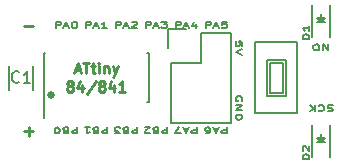
<source format=gbr>
G04 #@! TF.FileFunction,Legend,Top*
%FSLAX46Y46*%
G04 Gerber Fmt 4.6, Leading zero omitted, Abs format (unit mm)*
G04 Created by KiCad (PCBNEW 4.0.5+dfsg1-4) date Wed May  2 08:20:19 2018*
%MOMM*%
%LPD*%
G01*
G04 APERTURE LIST*
%ADD10C,0.100000*%
%ADD11C,0.225000*%
%ADD12C,0.500000*%
%ADD13C,0.127000*%
%ADD14C,0.250000*%
%ADD15C,0.150000*%
G04 APERTURE END LIST*
D10*
D11*
X174751429Y-92072500D02*
X175180000Y-92072500D01*
X174665714Y-92329643D02*
X174965714Y-91429643D01*
X175265714Y-92329643D01*
X175437143Y-91429643D02*
X175951429Y-91429643D01*
X175694286Y-92329643D02*
X175694286Y-91429643D01*
X176122857Y-91729643D02*
X176465714Y-91729643D01*
X176251429Y-91429643D02*
X176251429Y-92201071D01*
X176294286Y-92286786D01*
X176380000Y-92329643D01*
X176465714Y-92329643D01*
X176765715Y-92329643D02*
X176765715Y-91729643D01*
X176765715Y-91429643D02*
X176722858Y-91472500D01*
X176765715Y-91515357D01*
X176808572Y-91472500D01*
X176765715Y-91429643D01*
X176765715Y-91515357D01*
X177194286Y-91729643D02*
X177194286Y-92329643D01*
X177194286Y-91815357D02*
X177237143Y-91772500D01*
X177322857Y-91729643D01*
X177451429Y-91729643D01*
X177537143Y-91772500D01*
X177580000Y-91858214D01*
X177580000Y-92329643D01*
X177922857Y-91729643D02*
X178137143Y-92329643D01*
X178351429Y-91729643D02*
X178137143Y-92329643D01*
X178051429Y-92543929D01*
X178008572Y-92586786D01*
X177922857Y-92629643D01*
X174258571Y-93390357D02*
X174172857Y-93347500D01*
X174130000Y-93304643D01*
X174087143Y-93218929D01*
X174087143Y-93176071D01*
X174130000Y-93090357D01*
X174172857Y-93047500D01*
X174258571Y-93004643D01*
X174430000Y-93004643D01*
X174515714Y-93047500D01*
X174558571Y-93090357D01*
X174601428Y-93176071D01*
X174601428Y-93218929D01*
X174558571Y-93304643D01*
X174515714Y-93347500D01*
X174430000Y-93390357D01*
X174258571Y-93390357D01*
X174172857Y-93433214D01*
X174130000Y-93476071D01*
X174087143Y-93561786D01*
X174087143Y-93733214D01*
X174130000Y-93818929D01*
X174172857Y-93861786D01*
X174258571Y-93904643D01*
X174430000Y-93904643D01*
X174515714Y-93861786D01*
X174558571Y-93818929D01*
X174601428Y-93733214D01*
X174601428Y-93561786D01*
X174558571Y-93476071D01*
X174515714Y-93433214D01*
X174430000Y-93390357D01*
X175372857Y-93304643D02*
X175372857Y-93904643D01*
X175158571Y-92961786D02*
X174944286Y-93604643D01*
X175501428Y-93604643D01*
X176487143Y-92961786D02*
X175715714Y-94118929D01*
X176915714Y-93390357D02*
X176830000Y-93347500D01*
X176787143Y-93304643D01*
X176744286Y-93218929D01*
X176744286Y-93176071D01*
X176787143Y-93090357D01*
X176830000Y-93047500D01*
X176915714Y-93004643D01*
X177087143Y-93004643D01*
X177172857Y-93047500D01*
X177215714Y-93090357D01*
X177258571Y-93176071D01*
X177258571Y-93218929D01*
X177215714Y-93304643D01*
X177172857Y-93347500D01*
X177087143Y-93390357D01*
X176915714Y-93390357D01*
X176830000Y-93433214D01*
X176787143Y-93476071D01*
X176744286Y-93561786D01*
X176744286Y-93733214D01*
X176787143Y-93818929D01*
X176830000Y-93861786D01*
X176915714Y-93904643D01*
X177087143Y-93904643D01*
X177172857Y-93861786D01*
X177215714Y-93818929D01*
X177258571Y-93733214D01*
X177258571Y-93561786D01*
X177215714Y-93476071D01*
X177172857Y-93433214D01*
X177087143Y-93390357D01*
X178030000Y-93304643D02*
X178030000Y-93904643D01*
X177815714Y-92961786D02*
X177601429Y-93604643D01*
X178158571Y-93604643D01*
X178972857Y-93904643D02*
X178458572Y-93904643D01*
X178715714Y-93904643D02*
X178715714Y-93004643D01*
X178630000Y-93133214D01*
X178544286Y-93218929D01*
X178458572Y-93261786D01*
D12*
X172720000Y-94059286D02*
X172815239Y-94154524D01*
X172720000Y-94249762D01*
X172624762Y-94154524D01*
X172720000Y-94059286D01*
X172720000Y-94249762D01*
D13*
X196559714Y-95044381D02*
X196450857Y-95020190D01*
X196269428Y-95020190D01*
X196196857Y-95044381D01*
X196160571Y-95068571D01*
X196124286Y-95116952D01*
X196124286Y-95165333D01*
X196160571Y-95213714D01*
X196196857Y-95237905D01*
X196269428Y-95262095D01*
X196414571Y-95286286D01*
X196487143Y-95310476D01*
X196523428Y-95334667D01*
X196559714Y-95383048D01*
X196559714Y-95431429D01*
X196523428Y-95479810D01*
X196487143Y-95504000D01*
X196414571Y-95528190D01*
X196233143Y-95528190D01*
X196124286Y-95504000D01*
X195362286Y-95068571D02*
X195398572Y-95044381D01*
X195507429Y-95020190D01*
X195580000Y-95020190D01*
X195688857Y-95044381D01*
X195761429Y-95092762D01*
X195797714Y-95141143D01*
X195834000Y-95237905D01*
X195834000Y-95310476D01*
X195797714Y-95407238D01*
X195761429Y-95455619D01*
X195688857Y-95504000D01*
X195580000Y-95528190D01*
X195507429Y-95528190D01*
X195398572Y-95504000D01*
X195362286Y-95479810D01*
X195035714Y-95020190D02*
X195035714Y-95528190D01*
X194600286Y-95020190D02*
X194926857Y-95310476D01*
X194600286Y-95528190D02*
X195035714Y-95237905D01*
X195108285Y-89891810D02*
X195253428Y-89891810D01*
X195326000Y-89916000D01*
X195398571Y-89964381D01*
X195434857Y-90061143D01*
X195434857Y-90230476D01*
X195398571Y-90327238D01*
X195326000Y-90375619D01*
X195253428Y-90399810D01*
X195108285Y-90399810D01*
X195035714Y-90375619D01*
X194963143Y-90327238D01*
X194926857Y-90230476D01*
X194926857Y-90061143D01*
X194963143Y-89964381D01*
X195035714Y-89916000D01*
X195108285Y-89891810D01*
X195761429Y-90399810D02*
X195761429Y-89891810D01*
X196196857Y-90399810D01*
X196196857Y-89891810D01*
X188849000Y-94669428D02*
X188873190Y-94596857D01*
X188873190Y-94488000D01*
X188849000Y-94379143D01*
X188800619Y-94306571D01*
X188752238Y-94270286D01*
X188655476Y-94234000D01*
X188582905Y-94234000D01*
X188486143Y-94270286D01*
X188437762Y-94306571D01*
X188389381Y-94379143D01*
X188365190Y-94488000D01*
X188365190Y-94560571D01*
X188389381Y-94669428D01*
X188413571Y-94705714D01*
X188582905Y-94705714D01*
X188582905Y-94560571D01*
X188365190Y-95032286D02*
X188873190Y-95032286D01*
X188365190Y-95467714D01*
X188873190Y-95467714D01*
X188365190Y-95830572D02*
X188873190Y-95830572D01*
X188873190Y-96012000D01*
X188849000Y-96120857D01*
X188800619Y-96193429D01*
X188752238Y-96229714D01*
X188655476Y-96266000D01*
X188582905Y-96266000D01*
X188486143Y-96229714D01*
X188437762Y-96193429D01*
X188389381Y-96120857D01*
X188365190Y-96012000D01*
X188365190Y-95830572D01*
X188873190Y-90024858D02*
X188873190Y-89662001D01*
X188631286Y-89625715D01*
X188655476Y-89662001D01*
X188679667Y-89734572D01*
X188679667Y-89916001D01*
X188655476Y-89988572D01*
X188631286Y-90024858D01*
X188582905Y-90061143D01*
X188461952Y-90061143D01*
X188413571Y-90024858D01*
X188389381Y-89988572D01*
X188365190Y-89916001D01*
X188365190Y-89734572D01*
X188389381Y-89662001D01*
X188413571Y-89625715D01*
X188873190Y-90278857D02*
X188365190Y-90532857D01*
X188873190Y-90786857D01*
X187578999Y-96925190D02*
X187578999Y-97433190D01*
X187288714Y-97433190D01*
X187216142Y-97409000D01*
X187179857Y-97384810D01*
X187143571Y-97336429D01*
X187143571Y-97263857D01*
X187179857Y-97215476D01*
X187216142Y-97191286D01*
X187288714Y-97167095D01*
X187578999Y-97167095D01*
X186853285Y-97070333D02*
X186490428Y-97070333D01*
X186925857Y-96925190D02*
X186671857Y-97433190D01*
X186417857Y-96925190D01*
X185837285Y-97433190D02*
X185982428Y-97433190D01*
X186054999Y-97409000D01*
X186091285Y-97384810D01*
X186163856Y-97312238D01*
X186200142Y-97215476D01*
X186200142Y-97021952D01*
X186163856Y-96973571D01*
X186127571Y-96949381D01*
X186054999Y-96925190D01*
X185909856Y-96925190D01*
X185837285Y-96949381D01*
X185800999Y-96973571D01*
X185764714Y-97021952D01*
X185764714Y-97142905D01*
X185800999Y-97191286D01*
X185837285Y-97215476D01*
X185909856Y-97239667D01*
X186054999Y-97239667D01*
X186127571Y-97215476D01*
X186163856Y-97191286D01*
X186200142Y-97142905D01*
X185038999Y-96925190D02*
X185038999Y-97433190D01*
X184748714Y-97433190D01*
X184676142Y-97409000D01*
X184639857Y-97384810D01*
X184603571Y-97336429D01*
X184603571Y-97263857D01*
X184639857Y-97215476D01*
X184676142Y-97191286D01*
X184748714Y-97167095D01*
X185038999Y-97167095D01*
X184313285Y-97070333D02*
X183950428Y-97070333D01*
X184385857Y-96925190D02*
X184131857Y-97433190D01*
X183877857Y-96925190D01*
X183696428Y-97433190D02*
X183188428Y-97433190D01*
X183514999Y-96925190D01*
X182553428Y-96925190D02*
X182553428Y-97433190D01*
X182263143Y-97433190D01*
X182190571Y-97409000D01*
X182154286Y-97384810D01*
X182118000Y-97336429D01*
X182118000Y-97263857D01*
X182154286Y-97215476D01*
X182190571Y-97191286D01*
X182263143Y-97167095D01*
X182553428Y-97167095D01*
X181537428Y-97191286D02*
X181428571Y-97167095D01*
X181392286Y-97142905D01*
X181356000Y-97094524D01*
X181356000Y-97021952D01*
X181392286Y-96973571D01*
X181428571Y-96949381D01*
X181501143Y-96925190D01*
X181791428Y-96925190D01*
X181791428Y-97433190D01*
X181537428Y-97433190D01*
X181464857Y-97409000D01*
X181428571Y-97384810D01*
X181392286Y-97336429D01*
X181392286Y-97288048D01*
X181428571Y-97239667D01*
X181464857Y-97215476D01*
X181537428Y-97191286D01*
X181791428Y-97191286D01*
X181065714Y-97384810D02*
X181029428Y-97409000D01*
X180956857Y-97433190D01*
X180775428Y-97433190D01*
X180702857Y-97409000D01*
X180666571Y-97384810D01*
X180630286Y-97336429D01*
X180630286Y-97288048D01*
X180666571Y-97215476D01*
X181102000Y-96925190D01*
X180630286Y-96925190D01*
X180013428Y-96925190D02*
X180013428Y-97433190D01*
X179723143Y-97433190D01*
X179650571Y-97409000D01*
X179614286Y-97384810D01*
X179578000Y-97336429D01*
X179578000Y-97263857D01*
X179614286Y-97215476D01*
X179650571Y-97191286D01*
X179723143Y-97167095D01*
X180013428Y-97167095D01*
X178997428Y-97191286D02*
X178888571Y-97167095D01*
X178852286Y-97142905D01*
X178816000Y-97094524D01*
X178816000Y-97021952D01*
X178852286Y-96973571D01*
X178888571Y-96949381D01*
X178961143Y-96925190D01*
X179251428Y-96925190D01*
X179251428Y-97433190D01*
X178997428Y-97433190D01*
X178924857Y-97409000D01*
X178888571Y-97384810D01*
X178852286Y-97336429D01*
X178852286Y-97288048D01*
X178888571Y-97239667D01*
X178924857Y-97215476D01*
X178997428Y-97191286D01*
X179251428Y-97191286D01*
X178562000Y-97433190D02*
X178090286Y-97433190D01*
X178344286Y-97239667D01*
X178235428Y-97239667D01*
X178162857Y-97215476D01*
X178126571Y-97191286D01*
X178090286Y-97142905D01*
X178090286Y-97021952D01*
X178126571Y-96973571D01*
X178162857Y-96949381D01*
X178235428Y-96925190D01*
X178453143Y-96925190D01*
X178525714Y-96949381D01*
X178562000Y-96973571D01*
X177473428Y-96925190D02*
X177473428Y-97433190D01*
X177183143Y-97433190D01*
X177110571Y-97409000D01*
X177074286Y-97384810D01*
X177038000Y-97336429D01*
X177038000Y-97263857D01*
X177074286Y-97215476D01*
X177110571Y-97191286D01*
X177183143Y-97167095D01*
X177473428Y-97167095D01*
X176457428Y-97191286D02*
X176348571Y-97167095D01*
X176312286Y-97142905D01*
X176276000Y-97094524D01*
X176276000Y-97021952D01*
X176312286Y-96973571D01*
X176348571Y-96949381D01*
X176421143Y-96925190D01*
X176711428Y-96925190D01*
X176711428Y-97433190D01*
X176457428Y-97433190D01*
X176384857Y-97409000D01*
X176348571Y-97384810D01*
X176312286Y-97336429D01*
X176312286Y-97288048D01*
X176348571Y-97239667D01*
X176384857Y-97215476D01*
X176457428Y-97191286D01*
X176711428Y-97191286D01*
X175550286Y-96925190D02*
X175985714Y-96925190D01*
X175768000Y-96925190D02*
X175768000Y-97433190D01*
X175840571Y-97360619D01*
X175913143Y-97312238D01*
X175985714Y-97288048D01*
X174933428Y-96925190D02*
X174933428Y-97433190D01*
X174643143Y-97433190D01*
X174570571Y-97409000D01*
X174534286Y-97384810D01*
X174498000Y-97336429D01*
X174498000Y-97263857D01*
X174534286Y-97215476D01*
X174570571Y-97191286D01*
X174643143Y-97167095D01*
X174933428Y-97167095D01*
X173917428Y-97191286D02*
X173808571Y-97167095D01*
X173772286Y-97142905D01*
X173736000Y-97094524D01*
X173736000Y-97021952D01*
X173772286Y-96973571D01*
X173808571Y-96949381D01*
X173881143Y-96925190D01*
X174171428Y-96925190D01*
X174171428Y-97433190D01*
X173917428Y-97433190D01*
X173844857Y-97409000D01*
X173808571Y-97384810D01*
X173772286Y-97336429D01*
X173772286Y-97288048D01*
X173808571Y-97239667D01*
X173844857Y-97215476D01*
X173917428Y-97191286D01*
X174171428Y-97191286D01*
X173264286Y-97433190D02*
X173191714Y-97433190D01*
X173119143Y-97409000D01*
X173082857Y-97384810D01*
X173046571Y-97336429D01*
X173010286Y-97239667D01*
X173010286Y-97118714D01*
X173046571Y-97021952D01*
X173082857Y-96973571D01*
X173119143Y-96949381D01*
X173191714Y-96925190D01*
X173264286Y-96925190D01*
X173336857Y-96949381D01*
X173373143Y-96973571D01*
X173409428Y-97021952D01*
X173445714Y-97118714D01*
X173445714Y-97239667D01*
X173409428Y-97336429D01*
X173373143Y-97384810D01*
X173336857Y-97409000D01*
X173264286Y-97433190D01*
D14*
X170434048Y-97226429D02*
X171195953Y-97226429D01*
X170815001Y-97607381D02*
X170815001Y-96845476D01*
D13*
X173101001Y-88494810D02*
X173101001Y-87986810D01*
X173391286Y-87986810D01*
X173463858Y-88011000D01*
X173500143Y-88035190D01*
X173536429Y-88083571D01*
X173536429Y-88156143D01*
X173500143Y-88204524D01*
X173463858Y-88228714D01*
X173391286Y-88252905D01*
X173101001Y-88252905D01*
X173826715Y-88349667D02*
X174189572Y-88349667D01*
X173754143Y-88494810D02*
X174008143Y-87986810D01*
X174262143Y-88494810D01*
X174661286Y-87986810D02*
X174733858Y-87986810D01*
X174806429Y-88011000D01*
X174842715Y-88035190D01*
X174879001Y-88083571D01*
X174915286Y-88180333D01*
X174915286Y-88301286D01*
X174879001Y-88398048D01*
X174842715Y-88446429D01*
X174806429Y-88470619D01*
X174733858Y-88494810D01*
X174661286Y-88494810D01*
X174588715Y-88470619D01*
X174552429Y-88446429D01*
X174516144Y-88398048D01*
X174479858Y-88301286D01*
X174479858Y-88180333D01*
X174516144Y-88083571D01*
X174552429Y-88035190D01*
X174588715Y-88011000D01*
X174661286Y-87986810D01*
X175641001Y-88494810D02*
X175641001Y-87986810D01*
X175931286Y-87986810D01*
X176003858Y-88011000D01*
X176040143Y-88035190D01*
X176076429Y-88083571D01*
X176076429Y-88156143D01*
X176040143Y-88204524D01*
X176003858Y-88228714D01*
X175931286Y-88252905D01*
X175641001Y-88252905D01*
X176366715Y-88349667D02*
X176729572Y-88349667D01*
X176294143Y-88494810D02*
X176548143Y-87986810D01*
X176802143Y-88494810D01*
X177455286Y-88494810D02*
X177019858Y-88494810D01*
X177237572Y-88494810D02*
X177237572Y-87986810D01*
X177165001Y-88059381D01*
X177092429Y-88107762D01*
X177019858Y-88131952D01*
X178181001Y-88494810D02*
X178181001Y-87986810D01*
X178471286Y-87986810D01*
X178543858Y-88011000D01*
X178580143Y-88035190D01*
X178616429Y-88083571D01*
X178616429Y-88156143D01*
X178580143Y-88204524D01*
X178543858Y-88228714D01*
X178471286Y-88252905D01*
X178181001Y-88252905D01*
X178906715Y-88349667D02*
X179269572Y-88349667D01*
X178834143Y-88494810D02*
X179088143Y-87986810D01*
X179342143Y-88494810D01*
X179559858Y-88035190D02*
X179596144Y-88011000D01*
X179668715Y-87986810D01*
X179850144Y-87986810D01*
X179922715Y-88011000D01*
X179959001Y-88035190D01*
X179995286Y-88083571D01*
X179995286Y-88131952D01*
X179959001Y-88204524D01*
X179523572Y-88494810D01*
X179995286Y-88494810D01*
X180721001Y-88494810D02*
X180721001Y-87986810D01*
X181011286Y-87986810D01*
X181083858Y-88011000D01*
X181120143Y-88035190D01*
X181156429Y-88083571D01*
X181156429Y-88156143D01*
X181120143Y-88204524D01*
X181083858Y-88228714D01*
X181011286Y-88252905D01*
X180721001Y-88252905D01*
X181446715Y-88349667D02*
X181809572Y-88349667D01*
X181374143Y-88494810D02*
X181628143Y-87986810D01*
X181882143Y-88494810D01*
X182063572Y-87986810D02*
X182535286Y-87986810D01*
X182281286Y-88180333D01*
X182390144Y-88180333D01*
X182462715Y-88204524D01*
X182499001Y-88228714D01*
X182535286Y-88277095D01*
X182535286Y-88398048D01*
X182499001Y-88446429D01*
X182462715Y-88470619D01*
X182390144Y-88494810D01*
X182172429Y-88494810D01*
X182099858Y-88470619D01*
X182063572Y-88446429D01*
X183261001Y-88494810D02*
X183261001Y-87986810D01*
X183551286Y-87986810D01*
X183623858Y-88011000D01*
X183660143Y-88035190D01*
X183696429Y-88083571D01*
X183696429Y-88156143D01*
X183660143Y-88204524D01*
X183623858Y-88228714D01*
X183551286Y-88252905D01*
X183261001Y-88252905D01*
X183986715Y-88349667D02*
X184349572Y-88349667D01*
X183914143Y-88494810D02*
X184168143Y-87986810D01*
X184422143Y-88494810D01*
X185002715Y-88156143D02*
X185002715Y-88494810D01*
X184821286Y-87962619D02*
X184639858Y-88325476D01*
X185111572Y-88325476D01*
X185801001Y-88494810D02*
X185801001Y-87986810D01*
X186091286Y-87986810D01*
X186163858Y-88011000D01*
X186200143Y-88035190D01*
X186236429Y-88083571D01*
X186236429Y-88156143D01*
X186200143Y-88204524D01*
X186163858Y-88228714D01*
X186091286Y-88252905D01*
X185801001Y-88252905D01*
X186526715Y-88349667D02*
X186889572Y-88349667D01*
X186454143Y-88494810D02*
X186708143Y-87986810D01*
X186962143Y-88494810D01*
X187579001Y-87986810D02*
X187216144Y-87986810D01*
X187179858Y-88228714D01*
X187216144Y-88204524D01*
X187288715Y-88180333D01*
X187470144Y-88180333D01*
X187542715Y-88204524D01*
X187579001Y-88228714D01*
X187615286Y-88277095D01*
X187615286Y-88398048D01*
X187579001Y-88446429D01*
X187542715Y-88470619D01*
X187470144Y-88494810D01*
X187288715Y-88494810D01*
X187216144Y-88470619D01*
X187179858Y-88446429D01*
D14*
X170434048Y-88336429D02*
X171195953Y-88336429D01*
D15*
X182880000Y-91440000D02*
X182880000Y-96520000D01*
X182600000Y-88620000D02*
X184150000Y-88620000D01*
X185420000Y-88900000D02*
X185420000Y-91440000D01*
X185420000Y-91440000D02*
X182880000Y-91440000D01*
X182880000Y-96520000D02*
X187960000Y-96520000D01*
X187960000Y-96520000D02*
X187960000Y-91440000D01*
X182600000Y-88620000D02*
X182600000Y-90170000D01*
X187960000Y-88900000D02*
X185420000Y-88900000D01*
X187960000Y-91440000D02*
X187960000Y-88900000D01*
X169155000Y-91710000D02*
X169155000Y-93710000D01*
X171205000Y-93710000D02*
X171205000Y-91710000D01*
X196330000Y-89230000D02*
X196330000Y-86530000D01*
X194830000Y-89230000D02*
X194830000Y-86530000D01*
X195730000Y-87730000D02*
X195480000Y-87730000D01*
X195480000Y-87730000D02*
X195630000Y-87880000D01*
X195230000Y-87980000D02*
X195930000Y-87980000D01*
X195580000Y-87630000D02*
X195580000Y-87280000D01*
X195580000Y-87980000D02*
X195230000Y-87630000D01*
X195230000Y-87630000D02*
X195930000Y-87630000D01*
X195930000Y-87630000D02*
X195580000Y-87980000D01*
X196330000Y-99390000D02*
X196330000Y-96690000D01*
X194830000Y-99390000D02*
X194830000Y-96690000D01*
X195730000Y-97890000D02*
X195480000Y-97890000D01*
X195480000Y-97890000D02*
X195630000Y-98040000D01*
X195230000Y-98140000D02*
X195930000Y-98140000D01*
X195580000Y-97790000D02*
X195580000Y-97440000D01*
X195580000Y-98140000D02*
X195230000Y-97790000D01*
X195230000Y-97790000D02*
X195930000Y-97790000D01*
X195930000Y-97790000D02*
X195580000Y-98140000D01*
X192320220Y-91470110D02*
X192320220Y-93970110D01*
X192320220Y-93970110D02*
X191220220Y-93970110D01*
X191220220Y-93970110D02*
X191220220Y-91470110D01*
X191220220Y-91470110D02*
X192320220Y-91470110D01*
X190970220Y-91220110D02*
X190970220Y-94220110D01*
X192570220Y-91220110D02*
X192570220Y-94220110D01*
X192570220Y-94220110D02*
X190970220Y-94220110D01*
X192570220Y-91220110D02*
X190970220Y-91220110D01*
X190020220Y-89720110D02*
X190020220Y-95720110D01*
X193520220Y-89720110D02*
X193520220Y-95720110D01*
X193520220Y-89720110D02*
X190020220Y-89720110D01*
X193520220Y-95720110D02*
X190020220Y-95720110D01*
X172080000Y-94785000D02*
X172105000Y-94785000D01*
X172080000Y-90635000D02*
X172195000Y-90635000D01*
X180980000Y-90635000D02*
X180865000Y-90635000D01*
X180980000Y-94785000D02*
X180865000Y-94785000D01*
X172080000Y-94785000D02*
X172080000Y-90635000D01*
X180980000Y-94785000D02*
X180980000Y-90635000D01*
X172105000Y-94785000D02*
X172105000Y-96160000D01*
X170013334Y-93067143D02*
X169965715Y-93114762D01*
X169822858Y-93162381D01*
X169727620Y-93162381D01*
X169584762Y-93114762D01*
X169489524Y-93019524D01*
X169441905Y-92924286D01*
X169394286Y-92733810D01*
X169394286Y-92590952D01*
X169441905Y-92400476D01*
X169489524Y-92305238D01*
X169584762Y-92210000D01*
X169727620Y-92162381D01*
X169822858Y-92162381D01*
X169965715Y-92210000D01*
X170013334Y-92257619D01*
X170965715Y-93162381D02*
X170394286Y-93162381D01*
X170680000Y-93162381D02*
X170680000Y-92162381D01*
X170584762Y-92305238D01*
X170489524Y-92400476D01*
X170394286Y-92448095D01*
D13*
X194539810Y-89462428D02*
X194031810Y-89462428D01*
X194031810Y-89281000D01*
X194056000Y-89172143D01*
X194104381Y-89099571D01*
X194152762Y-89063286D01*
X194249524Y-89027000D01*
X194322095Y-89027000D01*
X194418857Y-89063286D01*
X194467238Y-89099571D01*
X194515619Y-89172143D01*
X194539810Y-89281000D01*
X194539810Y-89462428D01*
X194539810Y-88301286D02*
X194539810Y-88736714D01*
X194539810Y-88519000D02*
X194031810Y-88519000D01*
X194104381Y-88591571D01*
X194152762Y-88664143D01*
X194176952Y-88736714D01*
X194539810Y-99622428D02*
X194031810Y-99622428D01*
X194031810Y-99441000D01*
X194056000Y-99332143D01*
X194104381Y-99259571D01*
X194152762Y-99223286D01*
X194249524Y-99187000D01*
X194322095Y-99187000D01*
X194418857Y-99223286D01*
X194467238Y-99259571D01*
X194515619Y-99332143D01*
X194539810Y-99441000D01*
X194539810Y-99622428D01*
X194080190Y-98896714D02*
X194056000Y-98860428D01*
X194031810Y-98787857D01*
X194031810Y-98606428D01*
X194056000Y-98533857D01*
X194080190Y-98497571D01*
X194128571Y-98461286D01*
X194176952Y-98461286D01*
X194249524Y-98497571D01*
X194539810Y-98933000D01*
X194539810Y-98461286D01*
M02*

</source>
